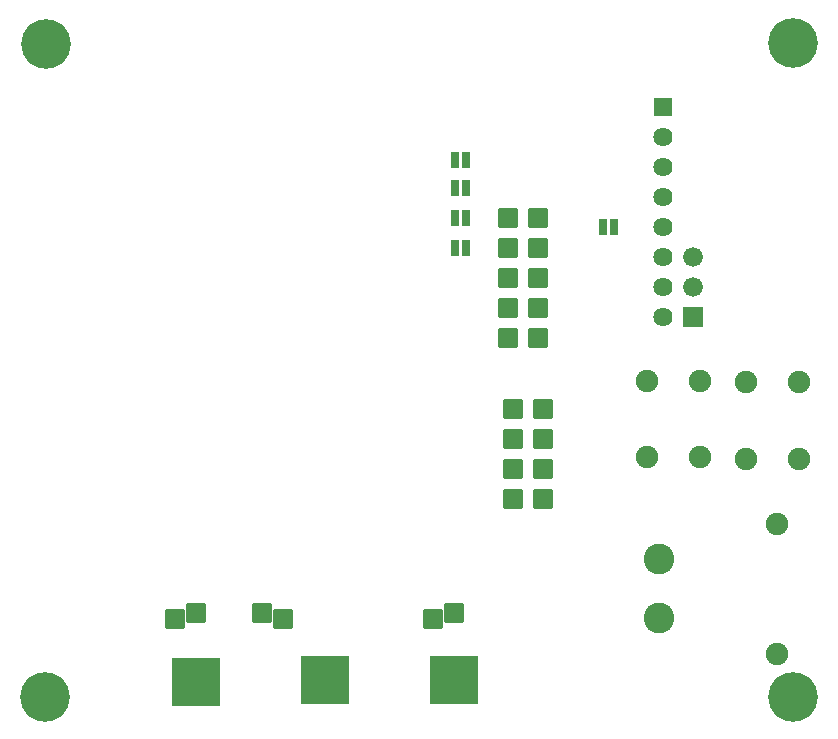
<source format=gbs>
G04 Layer: BottomSolderMaskLayer*
G04 EasyEDA v6.5.39, 2024-01-09 23:26:39*
G04 412fee2aba674f6794ce960f83f023ec,7c1e8d740ba24e6f83eb2d53d3341807,10*
G04 Gerber Generator version 0.2*
G04 Scale: 100 percent, Rotated: No, Reflected: No *
G04 Dimensions in millimeters *
G04 leading zeros omitted , absolute positions ,4 integer and 5 decimal *
%FSLAX45Y45*%
%MOMM*%

%AMMACRO1*1,1,$1,$2,$3*1,1,$1,$4,$5*1,1,$1,0-$2,0-$3*1,1,$1,0-$4,0-$5*20,1,$1,$2,$3,$4,$5,0*20,1,$1,$4,$5,0-$2,0-$3,0*20,1,$1,0-$2,0-$3,0-$4,0-$5,0*20,1,$1,0-$4,0-$5,$2,$3,0*4,1,4,$2,$3,$4,$5,0-$2,0-$3,0-$4,0-$5,$2,$3,0*%
%ADD10MACRO1,0.1016X0.3175X0.635X-0.3175X0.635*%
%ADD11MACRO1,0.1016X-0.3175X-0.635X0.3175X-0.635*%
%ADD12C,1.6764*%
%ADD13R,1.6764X1.6764*%
%ADD14MACRO1,0.1016X0.7874X0.7874X0.7874X-0.7874*%
%ADD15R,1.6256X1.6256*%
%ADD16C,1.6256*%
%ADD17C,1.9016*%
%ADD18C,2.6016*%
%ADD19MACRO1,0.1016X2X2X2X-2*%
%ADD20MACRO1,0.1016X0.7875X0.7875X0.7875X-0.7875*%
%ADD21C,4.2016*%

%LPD*%
D10*
G01*
X1404620Y1308100D03*
G01*
X1313179Y1308100D03*
G01*
X1404620Y1562100D03*
G01*
X1313179Y1562100D03*
G01*
X1404620Y1054100D03*
G01*
X1313179Y1054100D03*
G01*
X1404620Y1803400D03*
G01*
X1313179Y1803400D03*
D11*
G01*
X2570479Y1231900D03*
G01*
X2661920Y1231900D03*
D12*
G01*
X3327400Y977900D03*
G01*
X3327400Y723900D03*
D13*
G01*
X3327400Y469900D03*
D14*
G01*
X2019300Y546100D03*
G01*
X2019300Y292100D03*
G01*
X1765300Y292100D03*
G01*
X2019300Y800100D03*
G01*
X1803397Y-558800D03*
G01*
X1803400Y-1066800D03*
G01*
X1130297Y-2082495D03*
G01*
X-142999Y-2082495D03*
G01*
X-1054097Y-2082495D03*
G01*
X2057400Y-1066800D03*
G01*
X2057394Y-304800D03*
G01*
X1803400Y-812800D03*
G01*
X1803397Y-304800D03*
D15*
G01*
X3073400Y2247900D03*
D16*
G01*
X3073400Y1993900D03*
G01*
X3073400Y1739900D03*
G01*
X3073400Y1485900D03*
G01*
X3073400Y1231900D03*
G01*
X3073400Y977900D03*
G01*
X3073400Y723900D03*
G01*
X3073400Y469900D03*
D17*
G01*
X2937306Y-718693D03*
G01*
X2937306Y-68706D03*
G01*
X3387293Y-718693D03*
G01*
X3387293Y-68706D03*
G01*
X3775506Y-731393D03*
G01*
X3775506Y-81406D03*
G01*
X4225493Y-731393D03*
G01*
X4225493Y-81406D03*
D18*
G01*
X3043300Y-2078812D03*
G01*
X3043300Y-1578813D03*
D17*
G01*
X4043299Y-1278813D03*
G01*
X4043299Y-2378811D03*
D14*
G01*
X2057394Y-558802D03*
G01*
X2057394Y-812797D03*
G01*
X1765300Y546100D03*
G01*
X1765300Y800100D03*
D19*
G01*
X-876297Y-2616200D03*
G01*
X215900Y-2603500D03*
G01*
X1308097Y-2603500D03*
D14*
G01*
X-876297Y-2031994D03*
G01*
X-317500Y-2031994D03*
G01*
X1308097Y-2031994D03*
G01*
X1765300Y1054100D03*
G01*
X1765300Y1308100D03*
G01*
X2019294Y1307998D03*
D20*
G01*
X2019300Y1054100D03*
D21*
G01*
X4178300Y-2743200D03*
G01*
X4178300Y2794000D03*
G01*
X-2146300Y2781300D03*
G01*
X-2159000Y-2743200D03*
M02*

</source>
